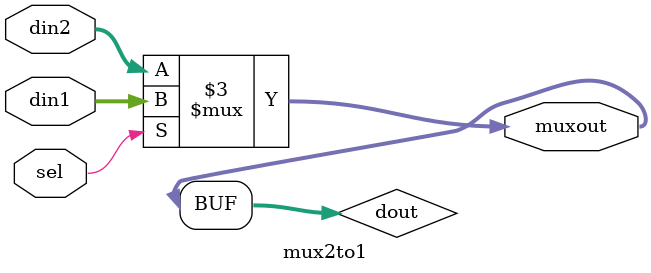
<source format=v>
`timescale 1ns / 1ps
module mux2to1(
         input  sel,
			input  [31:0] din1,
			input  [31:0] din2,
			output [31:0] muxout
    );
        reg [31:0] dout;
		  assign muxout = dout;

        always@(*)
	  	  begin 
		  if(sel)
		  dout = din1;
		  else
		  dout = din2;
		  end
		  
		  
		  
	

endmodule

</source>
